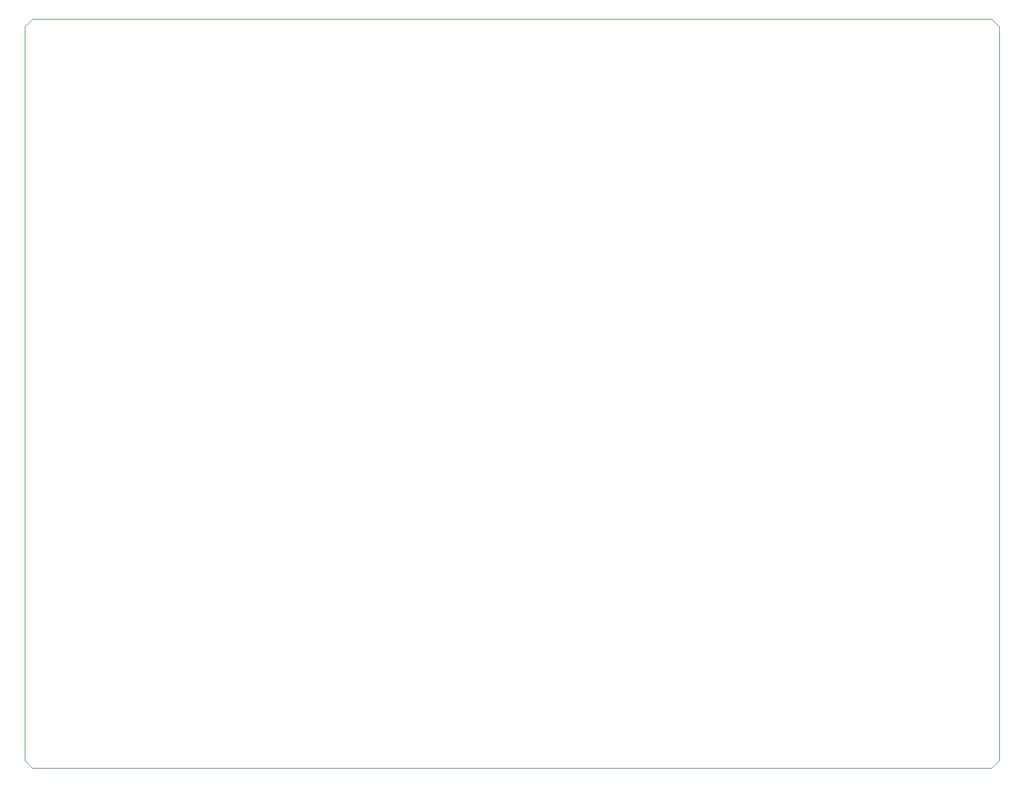
<source format=gbr>
%TF.GenerationSoftware,KiCad,Pcbnew,(5.1.10)-1*%
%TF.CreationDate,2021-08-20T09:58:33-04:00*%
%TF.ProjectId,UltraSonic Theremin,556c7472-6153-46f6-9e69-632054686572,rev?*%
%TF.SameCoordinates,Original*%
%TF.FileFunction,Profile,NP*%
%FSLAX46Y46*%
G04 Gerber Fmt 4.6, Leading zero omitted, Abs format (unit mm)*
G04 Created by KiCad (PCBNEW (5.1.10)-1) date 2021-08-20 09:58:33*
%MOMM*%
%LPD*%
G01*
G04 APERTURE LIST*
%TA.AperFunction,Profile*%
%ADD10C,0.050000*%
%TD*%
G04 APERTURE END LIST*
D10*
X36000000Y-150000000D02*
X35000000Y-149000000D01*
X35000000Y-51000000D02*
X36000000Y-50000000D01*
X165000000Y-51000000D02*
X164000000Y-50000000D01*
X164000000Y-150000000D02*
X165000000Y-149000000D01*
X36000000Y-50000000D02*
X164000000Y-50000000D01*
X165000000Y-51000000D02*
X165000000Y-149000000D01*
X36000000Y-150000000D02*
X164000000Y-150000000D01*
X35000000Y-51000000D02*
X35000000Y-149000000D01*
M02*

</source>
